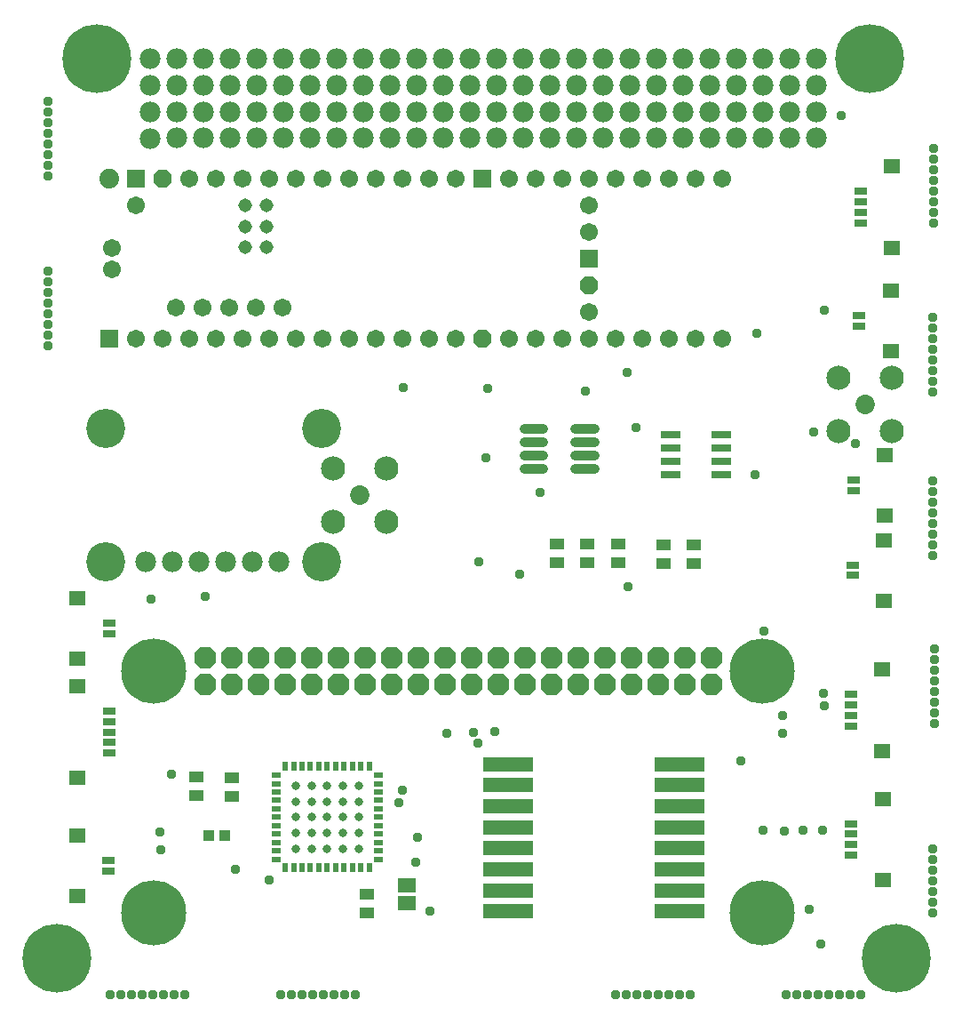
<source format=gbr>
G04 EAGLE Gerber RS-274X export*
G75*
%MOMM*%
%FSLAX34Y34*%
%LPD*%
%INSoldermask Bottom*%
%IPPOS*%
%AMOC8*
5,1,8,0,0,1.08239X$1,22.5*%
G01*
%ADD10C,6.553200*%
%ADD11C,1.981200*%
%ADD12C,0.903200*%
%ADD13R,1.403200X1.003200*%
%ADD14R,0.903200X0.563200*%
%ADD15R,0.563200X0.903200*%
%ADD16C,0.803200*%
%ADD17R,1.003200X1.003200*%
%ADD18R,1.879600X0.711200*%
%ADD19R,4.703200X1.403200*%
%ADD20R,1.711200X1.711200*%
%ADD21C,1.879600*%
%ADD22P,1.852186X8X112.500000*%
%ADD23C,1.711200*%
%ADD24C,1.311200*%
%ADD25R,1.203200X0.753200*%
%ADD26R,1.503200X1.463200*%
%ADD27P,2.249423X8X22.500000*%
%ADD28C,2.303200*%
%ADD29C,1.853200*%
%ADD30R,1.673200X1.403200*%
%ADD31C,0.959600*%
%ADD32C,3.719200*%
%ADD33C,6.203200*%


D10*
X50800Y50800D03*
X850900Y50800D03*
X825500Y908050D03*
X88900Y908050D03*
D11*
X774700Y908050D03*
X774700Y882650D03*
X139700Y908050D03*
X139700Y882650D03*
X749300Y908050D03*
X749300Y882650D03*
X723900Y908050D03*
X723900Y882650D03*
X698500Y908050D03*
X698500Y882650D03*
X673100Y908050D03*
X673100Y882650D03*
X647700Y908050D03*
X647700Y882650D03*
X622300Y908050D03*
X622300Y882650D03*
X596900Y908050D03*
X596900Y882650D03*
X571500Y908050D03*
X571500Y882650D03*
X546100Y908050D03*
X546100Y882650D03*
X520700Y908050D03*
X520700Y882650D03*
X495300Y908050D03*
X495300Y882650D03*
X469900Y908050D03*
X469900Y882650D03*
X444500Y908050D03*
X444500Y882650D03*
X419100Y908050D03*
X419100Y882650D03*
X393700Y908050D03*
X393700Y882650D03*
X368300Y908050D03*
X368300Y882650D03*
X342900Y908050D03*
X342900Y882650D03*
X317500Y908050D03*
X317500Y882650D03*
X292100Y908050D03*
X292100Y882650D03*
X266700Y908050D03*
X266700Y882650D03*
X241300Y908050D03*
X241300Y882650D03*
X215900Y908050D03*
X215900Y882650D03*
X190500Y908050D03*
X190500Y882650D03*
X165100Y908050D03*
X165100Y882650D03*
X774700Y857250D03*
X774700Y832231D03*
X139700Y857250D03*
X139700Y831850D03*
X749300Y857250D03*
X749300Y832231D03*
X723900Y857250D03*
X723900Y832231D03*
X698500Y857250D03*
X698500Y832231D03*
X673100Y857250D03*
X673100Y832231D03*
X647700Y857250D03*
X647700Y832231D03*
X622300Y857250D03*
X622300Y832231D03*
X596900Y857250D03*
X596900Y832231D03*
X571500Y857250D03*
X571500Y832231D03*
X546100Y857250D03*
X546100Y832231D03*
X520700Y857250D03*
X520700Y832231D03*
X495300Y857250D03*
X495300Y832231D03*
X469900Y857250D03*
X469900Y832231D03*
X444500Y857250D03*
X444500Y832231D03*
X419100Y857250D03*
X419100Y832231D03*
X393700Y857250D03*
X393700Y832231D03*
X368300Y857250D03*
X368300Y832231D03*
X342900Y857250D03*
X342900Y832231D03*
X317500Y857250D03*
X317500Y832231D03*
X292100Y857250D03*
X292100Y832231D03*
X266700Y857250D03*
X266700Y832231D03*
X241300Y857250D03*
X241300Y832231D03*
X215900Y857250D03*
X215900Y832231D03*
X190500Y857250D03*
X190500Y832231D03*
X165100Y857250D03*
X165100Y832231D03*
D12*
X495332Y517230D02*
X513332Y517230D01*
X513332Y529930D02*
X495332Y529930D01*
X495332Y542630D02*
X513332Y542630D01*
X513332Y555330D02*
X495332Y555330D01*
X544332Y517230D02*
X562332Y517230D01*
X562332Y529930D02*
X544332Y529930D01*
X544332Y542630D02*
X562332Y542630D01*
X562332Y555330D02*
X544332Y555330D01*
D13*
X555628Y445500D03*
X555628Y427500D03*
X526898Y445666D03*
X526898Y427666D03*
D14*
X259688Y145494D03*
X259688Y153494D03*
X259688Y161494D03*
X259688Y169494D03*
X259688Y177494D03*
X259688Y185494D03*
X259688Y193494D03*
X259688Y201494D03*
X259688Y209494D03*
X259688Y217494D03*
X259688Y225494D03*
D15*
X268088Y233894D03*
X276088Y233894D03*
X284088Y233894D03*
X292088Y233894D03*
X300088Y233894D03*
X308088Y233894D03*
X316188Y233894D03*
X324088Y233894D03*
X332088Y233894D03*
X340088Y233894D03*
X348088Y233894D03*
D14*
X356488Y225494D03*
X356488Y217494D03*
X356488Y209494D03*
X356488Y201494D03*
X356488Y193494D03*
X356488Y185494D03*
X356488Y177494D03*
X356488Y169494D03*
X356488Y161494D03*
X356488Y153494D03*
X356488Y145494D03*
D15*
X348088Y137094D03*
X340088Y137094D03*
X332088Y137094D03*
X324088Y137094D03*
X316088Y137094D03*
X308088Y137094D03*
X300088Y137094D03*
X292088Y137094D03*
X284088Y137094D03*
X276288Y137094D03*
X268088Y137094D03*
D16*
X278088Y155494D03*
X278088Y170494D03*
X278088Y185494D03*
X278088Y200494D03*
X278088Y215494D03*
X293088Y155494D03*
X293088Y170494D03*
X293088Y185494D03*
X293088Y200494D03*
X293088Y215494D03*
X308088Y155494D03*
X308088Y170494D03*
X308088Y185494D03*
X308088Y200494D03*
X308088Y215494D03*
X323088Y155494D03*
X323088Y170494D03*
X323088Y185494D03*
X323088Y200494D03*
X323088Y215494D03*
X338088Y155494D03*
X338088Y170494D03*
X338088Y185494D03*
X338088Y200494D03*
X338088Y215494D03*
D17*
X195326Y168024D03*
X210326Y168024D03*
D11*
X135040Y428604D03*
X160440Y428604D03*
X185840Y428604D03*
X211240Y428604D03*
X236640Y428604D03*
X262040Y428604D03*
D13*
X657088Y444900D03*
X657088Y426900D03*
X628762Y426900D03*
X628762Y444900D03*
D18*
X683446Y549544D03*
X683446Y536844D03*
X683446Y524144D03*
X683446Y511444D03*
X635186Y511444D03*
X635186Y524144D03*
X635186Y536844D03*
X635186Y549544D03*
D13*
X585442Y427700D03*
X585442Y445700D03*
D19*
X480100Y115900D03*
X480100Y135900D03*
X480100Y155900D03*
X480100Y175900D03*
X480100Y195900D03*
X480100Y215900D03*
X480100Y235900D03*
X644100Y235900D03*
X644100Y215900D03*
X644100Y195900D03*
X644100Y175900D03*
X644100Y155900D03*
X644100Y135900D03*
X644100Y115900D03*
X644100Y95900D03*
X480100Y95900D03*
D13*
X216900Y223300D03*
X216900Y205300D03*
X183300Y223900D03*
X183300Y205900D03*
X346100Y112300D03*
X346100Y94300D03*
D20*
X100400Y641100D03*
X557600Y717300D03*
X125800Y793500D03*
D21*
X100400Y793500D03*
D22*
X151200Y793500D03*
X557600Y691900D03*
D23*
X557600Y666500D03*
X557600Y742700D03*
X557600Y768100D03*
X430600Y793500D03*
X430600Y641100D03*
X125800Y641100D03*
X151200Y641100D03*
X176600Y641100D03*
X202000Y641100D03*
X227400Y641100D03*
X252800Y641100D03*
X278200Y641100D03*
X303600Y641100D03*
X329000Y641100D03*
X354400Y641100D03*
X379800Y641100D03*
X405200Y641100D03*
X125800Y768100D03*
X405200Y793500D03*
X379800Y793500D03*
X354400Y793500D03*
X329000Y793500D03*
X303600Y793500D03*
X278200Y793500D03*
X252800Y793500D03*
X227400Y793500D03*
X202000Y793500D03*
X176600Y793500D03*
D22*
X456000Y641100D03*
D23*
X506800Y641100D03*
X532200Y641100D03*
X557600Y641100D03*
X583000Y641100D03*
X608400Y641100D03*
X633800Y641100D03*
X659200Y641100D03*
X684600Y641100D03*
X481400Y793500D03*
X506800Y793500D03*
X532200Y793500D03*
X557600Y793500D03*
X583000Y793500D03*
X608400Y793500D03*
X633800Y793500D03*
X659200Y793500D03*
X684600Y793500D03*
X163900Y671100D03*
X189300Y671100D03*
X214700Y671100D03*
X240100Y671100D03*
X265500Y671100D03*
X481400Y641100D03*
D20*
X456000Y793500D03*
D23*
X102700Y727300D03*
X102700Y707300D03*
D24*
X230100Y768100D03*
X230100Y748100D03*
X230100Y728100D03*
X250100Y768100D03*
X250100Y748100D03*
X250100Y728100D03*
D25*
X816300Y781400D03*
X816300Y771400D03*
X816300Y761400D03*
X816300Y751400D03*
D26*
X846200Y805150D03*
X846200Y727600D03*
D25*
X99400Y134500D03*
X99400Y144500D03*
D26*
X69500Y110750D03*
X69500Y168300D03*
D25*
X100000Y246500D03*
X100000Y256500D03*
X100000Y266500D03*
X100000Y276500D03*
X100000Y286500D03*
D26*
X70100Y222750D03*
X70100Y310300D03*
D25*
X100000Y360000D03*
X100000Y370000D03*
D26*
X70100Y336250D03*
X70100Y393800D03*
D25*
X815100Y663400D03*
X815100Y653400D03*
D26*
X845000Y687150D03*
X845000Y629600D03*
D25*
X807400Y302400D03*
X807400Y292400D03*
X807400Y282400D03*
X807400Y272400D03*
D26*
X837300Y326150D03*
X837300Y248600D03*
D25*
X809100Y425700D03*
X809100Y415700D03*
D26*
X839000Y449450D03*
X839000Y391900D03*
D27*
X191600Y311900D03*
X191600Y337300D03*
X217000Y311900D03*
X217000Y337300D03*
X242400Y311900D03*
X242400Y337300D03*
X267800Y311900D03*
X267800Y337300D03*
X293200Y311900D03*
X293200Y337300D03*
X318600Y311900D03*
X318600Y337300D03*
X344000Y311900D03*
X344000Y337300D03*
X369400Y311900D03*
X369400Y337300D03*
X394800Y311900D03*
X394800Y337300D03*
X420200Y311900D03*
X420200Y337300D03*
X445600Y311900D03*
X445600Y337300D03*
X471000Y311900D03*
X471000Y337300D03*
X496400Y311900D03*
X496400Y337300D03*
X521800Y311900D03*
X521800Y337300D03*
X547200Y311900D03*
X547200Y337300D03*
X572600Y311900D03*
X572600Y337300D03*
X598000Y311900D03*
X598000Y337300D03*
X623400Y311900D03*
X623400Y337300D03*
X648800Y311900D03*
X648800Y337300D03*
X674200Y311900D03*
X674200Y337300D03*
D25*
X809800Y506500D03*
X809800Y496500D03*
D26*
X839700Y530250D03*
X839700Y472700D03*
D28*
X846000Y604200D03*
X846000Y553400D03*
X795200Y553400D03*
X795200Y604200D03*
D29*
X820600Y578800D03*
D28*
X313600Y466700D03*
X313600Y517500D03*
X364400Y517500D03*
X364400Y466700D03*
D29*
X339000Y492100D03*
D25*
X807600Y179300D03*
X807600Y169300D03*
X807600Y159300D03*
X807600Y149300D03*
D26*
X837500Y203050D03*
X837500Y125500D03*
D30*
X383900Y103500D03*
X383900Y120700D03*
D31*
X101600Y16510D03*
X121920Y16510D03*
X132080Y16510D03*
X142240Y16510D03*
X152400Y16510D03*
X162560Y16510D03*
X172720Y16510D03*
X111760Y16510D03*
X264160Y16510D03*
X274320Y16510D03*
X284480Y16510D03*
X294640Y16510D03*
X304800Y16510D03*
X314960Y16510D03*
X325120Y16510D03*
X335280Y16510D03*
X41656Y796544D03*
X41656Y816864D03*
X41656Y827024D03*
X41656Y837184D03*
X41656Y847344D03*
X41656Y857504D03*
X41656Y867664D03*
X41656Y806704D03*
X41656Y634492D03*
X41656Y654812D03*
X41656Y664972D03*
X41656Y675132D03*
X41656Y685292D03*
X41656Y695452D03*
X41656Y705612D03*
X41656Y644652D03*
X582930Y16510D03*
X603250Y16510D03*
X613410Y16510D03*
X623570Y16510D03*
X633730Y16510D03*
X643890Y16510D03*
X654050Y16510D03*
X593090Y16510D03*
X745490Y16510D03*
X755650Y16510D03*
X765810Y16510D03*
X775970Y16510D03*
X786130Y16510D03*
X796290Y16510D03*
X806450Y16510D03*
X816610Y16510D03*
X885190Y94234D03*
X885190Y114554D03*
X885190Y124714D03*
X885190Y134874D03*
X885190Y145034D03*
X885190Y155194D03*
X885190Y104394D03*
X886206Y751332D03*
X886206Y771652D03*
X886206Y781812D03*
X886206Y791972D03*
X886206Y802132D03*
X886206Y812292D03*
X886206Y822452D03*
X886206Y761492D03*
X798000Y854000D03*
X778700Y64300D03*
X811700Y541700D03*
X767600Y97600D03*
X771800Y552100D03*
X743400Y172500D03*
X723700Y172700D03*
X602800Y557000D03*
X594200Y608700D03*
X762000Y172900D03*
X220600Y136100D03*
X406400Y96000D03*
X595100Y405300D03*
X451500Y256400D03*
X148800Y171500D03*
X149200Y154800D03*
X422000Y265600D03*
X447600Y266600D03*
X468200Y266700D03*
X781900Y291200D03*
X452500Y429100D03*
X781300Y303100D03*
X491600Y417200D03*
X510900Y494700D03*
X191400Y395900D03*
X554200Y590900D03*
X252500Y125900D03*
X780600Y172900D03*
X159500Y226700D03*
X459000Y528100D03*
D32*
X303060Y555600D03*
X96940Y428604D03*
X96940Y555604D03*
X303060Y428604D03*
D31*
X716000Y511700D03*
X702300Y239100D03*
X381000Y594300D03*
X140300Y393300D03*
X886590Y274934D03*
X886590Y295254D03*
X886590Y305414D03*
X886590Y315574D03*
X886590Y325734D03*
X886590Y335894D03*
X886590Y346054D03*
X886590Y285094D03*
X885490Y590834D03*
X885490Y611154D03*
X885490Y621314D03*
X885490Y631474D03*
X885490Y641634D03*
X885490Y651794D03*
X885490Y661954D03*
X885490Y600994D03*
X885190Y434634D03*
X885190Y454954D03*
X885190Y465114D03*
X885190Y475274D03*
X885190Y485434D03*
X885190Y495594D03*
X885190Y505754D03*
X885190Y444794D03*
X717400Y646500D03*
X781700Y668400D03*
X392600Y142900D03*
X393900Y165900D03*
X376000Y199700D03*
X380000Y210800D03*
X742200Y282600D03*
X741900Y265200D03*
D33*
X142600Y324700D03*
X722600Y324600D03*
X722600Y94600D03*
X142600Y94600D03*
D31*
X460900Y593800D03*
X724000Y362800D03*
M02*

</source>
